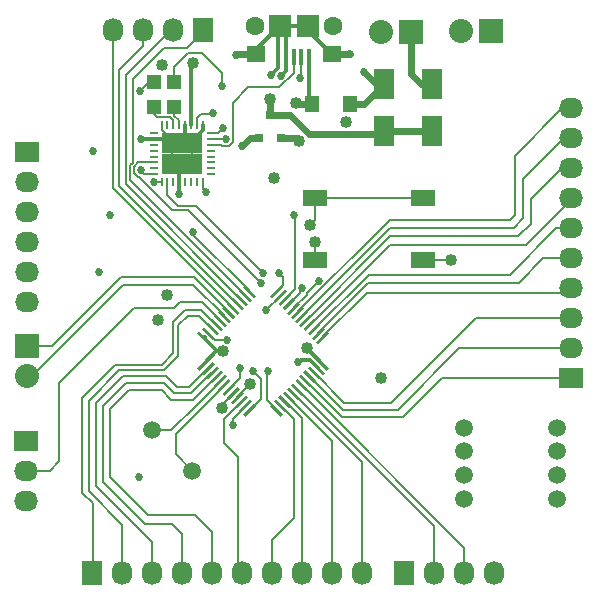
<source format=gtl>
G04 #@! TF.FileFunction,Copper,L1,Top,Signal*
%FSLAX46Y46*%
G04 Gerber Fmt 4.6, Leading zero omitted, Abs format (unit mm)*
G04 Created by KiCad (PCBNEW 4.0.1-3.201512221402+6198~38~ubuntu14.04.1-stable) date Mon 04 Jan 2016 12:08:05 AM EST*
%MOMM*%
G01*
G04 APERTURE LIST*
%ADD10C,0.100000*%
%ADD11R,1.800860X2.499360*%
%ADD12R,1.198880X1.198880*%
%ADD13R,1.150620X1.399540*%
%ADD14R,2.032000X1.727200*%
%ADD15O,2.032000X1.727200*%
%ADD16R,1.727200X2.032000*%
%ADD17O,1.727200X2.032000*%
%ADD18R,2.032000X2.032000*%
%ADD19O,2.032000X2.032000*%
%ADD20R,0.800100X0.800100*%
%ADD21R,0.250000X0.700000*%
%ADD22R,0.700000X0.250000*%
%ADD23R,1.725000X1.725000*%
%ADD24C,1.501140*%
%ADD25R,0.400000X1.350000*%
%ADD26R,1.600000X1.400000*%
%ADD27R,1.900000X1.900000*%
%ADD28C,1.600000*%
%ADD29C,1.500000*%
%ADD30R,2.100000X1.400000*%
%ADD31C,0.685800*%
%ADD32C,1.016000*%
%ADD33C,0.152400*%
%ADD34C,0.304800*%
%ADD35C,0.609600*%
G04 APERTURE END LIST*
D10*
D11*
X138531600Y-86784180D03*
X138531600Y-82786220D03*
X134467600Y-86784180D03*
X134467600Y-82786220D03*
D12*
X114985800Y-82643980D03*
X114985800Y-84742020D03*
X116687600Y-82669380D03*
X116687600Y-84767420D03*
D13*
X131572000Y-84480400D03*
X128320800Y-84480400D03*
D14*
X150241000Y-107746800D03*
D15*
X150241000Y-105206800D03*
X150241000Y-102666800D03*
X150241000Y-100126800D03*
X150241000Y-97586800D03*
X150241000Y-95046800D03*
X150241000Y-92506800D03*
X150241000Y-89966800D03*
X150241000Y-87426800D03*
X150241000Y-84886800D03*
D16*
X109728000Y-124206000D03*
D17*
X112268000Y-124206000D03*
X114808000Y-124206000D03*
X117348000Y-124206000D03*
X119888000Y-124206000D03*
X122428000Y-124206000D03*
X124968000Y-124206000D03*
X127508000Y-124206000D03*
X130048000Y-124206000D03*
X132588000Y-124206000D03*
D16*
X119126000Y-78232000D03*
D17*
X116586000Y-78232000D03*
X114046000Y-78232000D03*
X111506000Y-78232000D03*
D18*
X143500600Y-78320900D03*
D19*
X140960600Y-78320900D03*
D16*
X136144000Y-124206000D03*
D17*
X138684000Y-124206000D03*
X141224000Y-124206000D03*
X143764000Y-124206000D03*
D18*
X104244900Y-105041700D03*
D19*
X104244900Y-107581700D03*
D14*
X104194100Y-88544400D03*
D15*
X104194100Y-91084400D03*
X104194100Y-93624400D03*
X104194100Y-96164400D03*
X104194100Y-98704400D03*
X104194100Y-101244400D03*
D14*
X104143300Y-113030000D03*
D15*
X104143300Y-115570000D03*
X104143300Y-118110000D03*
D18*
X136753600Y-78435200D03*
D19*
X134213600Y-78435200D03*
D10*
G36*
X118814311Y-107089379D02*
X118637534Y-106912602D01*
X119556773Y-105993363D01*
X119733550Y-106170140D01*
X118814311Y-107089379D01*
X118814311Y-107089379D01*
G37*
G36*
X119167864Y-107442932D02*
X118991087Y-107266155D01*
X119910326Y-106346916D01*
X120087103Y-106523693D01*
X119167864Y-107442932D01*
X119167864Y-107442932D01*
G37*
G36*
X119521418Y-107796486D02*
X119344641Y-107619709D01*
X120263880Y-106700470D01*
X120440657Y-106877247D01*
X119521418Y-107796486D01*
X119521418Y-107796486D01*
G37*
G36*
X119874971Y-108150039D02*
X119698194Y-107973262D01*
X120617433Y-107054023D01*
X120794210Y-107230800D01*
X119874971Y-108150039D01*
X119874971Y-108150039D01*
G37*
G36*
X120228524Y-108503592D02*
X120051747Y-108326815D01*
X120970986Y-107407576D01*
X121147763Y-107584353D01*
X120228524Y-108503592D01*
X120228524Y-108503592D01*
G37*
G36*
X120582078Y-108857146D02*
X120405301Y-108680369D01*
X121324540Y-107761130D01*
X121501317Y-107937907D01*
X120582078Y-108857146D01*
X120582078Y-108857146D01*
G37*
G36*
X120935631Y-109210699D02*
X120758854Y-109033922D01*
X121678093Y-108114683D01*
X121854870Y-108291460D01*
X120935631Y-109210699D01*
X120935631Y-109210699D01*
G37*
G36*
X121289185Y-109564253D02*
X121112408Y-109387476D01*
X122031647Y-108468237D01*
X122208424Y-108645014D01*
X121289185Y-109564253D01*
X121289185Y-109564253D01*
G37*
G36*
X121642738Y-109917806D02*
X121465961Y-109741029D01*
X122385200Y-108821790D01*
X122561977Y-108998567D01*
X121642738Y-109917806D01*
X121642738Y-109917806D01*
G37*
G36*
X121996291Y-110271359D02*
X121819514Y-110094582D01*
X122738753Y-109175343D01*
X122915530Y-109352120D01*
X121996291Y-110271359D01*
X121996291Y-110271359D01*
G37*
G36*
X122349845Y-110624913D02*
X122173068Y-110448136D01*
X123092307Y-109528897D01*
X123269084Y-109705674D01*
X122349845Y-110624913D01*
X122349845Y-110624913D01*
G37*
G36*
X122703398Y-110978466D02*
X122526621Y-110801689D01*
X123445860Y-109882450D01*
X123622637Y-110059227D01*
X122703398Y-110978466D01*
X122703398Y-110978466D01*
G37*
G36*
X125885379Y-110801689D02*
X125708602Y-110978466D01*
X124789363Y-110059227D01*
X124966140Y-109882450D01*
X125885379Y-110801689D01*
X125885379Y-110801689D01*
G37*
G36*
X126238932Y-110448136D02*
X126062155Y-110624913D01*
X125142916Y-109705674D01*
X125319693Y-109528897D01*
X126238932Y-110448136D01*
X126238932Y-110448136D01*
G37*
G36*
X126592486Y-110094582D02*
X126415709Y-110271359D01*
X125496470Y-109352120D01*
X125673247Y-109175343D01*
X126592486Y-110094582D01*
X126592486Y-110094582D01*
G37*
G36*
X126946039Y-109741029D02*
X126769262Y-109917806D01*
X125850023Y-108998567D01*
X126026800Y-108821790D01*
X126946039Y-109741029D01*
X126946039Y-109741029D01*
G37*
G36*
X127299592Y-109387476D02*
X127122815Y-109564253D01*
X126203576Y-108645014D01*
X126380353Y-108468237D01*
X127299592Y-109387476D01*
X127299592Y-109387476D01*
G37*
G36*
X127653146Y-109033922D02*
X127476369Y-109210699D01*
X126557130Y-108291460D01*
X126733907Y-108114683D01*
X127653146Y-109033922D01*
X127653146Y-109033922D01*
G37*
G36*
X128006699Y-108680369D02*
X127829922Y-108857146D01*
X126910683Y-107937907D01*
X127087460Y-107761130D01*
X128006699Y-108680369D01*
X128006699Y-108680369D01*
G37*
G36*
X128360253Y-108326815D02*
X128183476Y-108503592D01*
X127264237Y-107584353D01*
X127441014Y-107407576D01*
X128360253Y-108326815D01*
X128360253Y-108326815D01*
G37*
G36*
X128713806Y-107973262D02*
X128537029Y-108150039D01*
X127617790Y-107230800D01*
X127794567Y-107054023D01*
X128713806Y-107973262D01*
X128713806Y-107973262D01*
G37*
G36*
X129067359Y-107619709D02*
X128890582Y-107796486D01*
X127971343Y-106877247D01*
X128148120Y-106700470D01*
X129067359Y-107619709D01*
X129067359Y-107619709D01*
G37*
G36*
X129420913Y-107266155D02*
X129244136Y-107442932D01*
X128324897Y-106523693D01*
X128501674Y-106346916D01*
X129420913Y-107266155D01*
X129420913Y-107266155D01*
G37*
G36*
X129774466Y-106912602D02*
X129597689Y-107089379D01*
X128678450Y-106170140D01*
X128855227Y-105993363D01*
X129774466Y-106912602D01*
X129774466Y-106912602D01*
G37*
G36*
X128855227Y-104826637D02*
X128678450Y-104649860D01*
X129597689Y-103730621D01*
X129774466Y-103907398D01*
X128855227Y-104826637D01*
X128855227Y-104826637D01*
G37*
G36*
X128501674Y-104473084D02*
X128324897Y-104296307D01*
X129244136Y-103377068D01*
X129420913Y-103553845D01*
X128501674Y-104473084D01*
X128501674Y-104473084D01*
G37*
G36*
X128148120Y-104119530D02*
X127971343Y-103942753D01*
X128890582Y-103023514D01*
X129067359Y-103200291D01*
X128148120Y-104119530D01*
X128148120Y-104119530D01*
G37*
G36*
X127794567Y-103765977D02*
X127617790Y-103589200D01*
X128537029Y-102669961D01*
X128713806Y-102846738D01*
X127794567Y-103765977D01*
X127794567Y-103765977D01*
G37*
G36*
X127441014Y-103412424D02*
X127264237Y-103235647D01*
X128183476Y-102316408D01*
X128360253Y-102493185D01*
X127441014Y-103412424D01*
X127441014Y-103412424D01*
G37*
G36*
X127087460Y-103058870D02*
X126910683Y-102882093D01*
X127829922Y-101962854D01*
X128006699Y-102139631D01*
X127087460Y-103058870D01*
X127087460Y-103058870D01*
G37*
G36*
X126733907Y-102705317D02*
X126557130Y-102528540D01*
X127476369Y-101609301D01*
X127653146Y-101786078D01*
X126733907Y-102705317D01*
X126733907Y-102705317D01*
G37*
G36*
X126380353Y-102351763D02*
X126203576Y-102174986D01*
X127122815Y-101255747D01*
X127299592Y-101432524D01*
X126380353Y-102351763D01*
X126380353Y-102351763D01*
G37*
G36*
X126026800Y-101998210D02*
X125850023Y-101821433D01*
X126769262Y-100902194D01*
X126946039Y-101078971D01*
X126026800Y-101998210D01*
X126026800Y-101998210D01*
G37*
G36*
X125673247Y-101644657D02*
X125496470Y-101467880D01*
X126415709Y-100548641D01*
X126592486Y-100725418D01*
X125673247Y-101644657D01*
X125673247Y-101644657D01*
G37*
G36*
X125319693Y-101291103D02*
X125142916Y-101114326D01*
X126062155Y-100195087D01*
X126238932Y-100371864D01*
X125319693Y-101291103D01*
X125319693Y-101291103D01*
G37*
G36*
X124966140Y-100937550D02*
X124789363Y-100760773D01*
X125708602Y-99841534D01*
X125885379Y-100018311D01*
X124966140Y-100937550D01*
X124966140Y-100937550D01*
G37*
G36*
X123622637Y-100760773D02*
X123445860Y-100937550D01*
X122526621Y-100018311D01*
X122703398Y-99841534D01*
X123622637Y-100760773D01*
X123622637Y-100760773D01*
G37*
G36*
X123269084Y-101114326D02*
X123092307Y-101291103D01*
X122173068Y-100371864D01*
X122349845Y-100195087D01*
X123269084Y-101114326D01*
X123269084Y-101114326D01*
G37*
G36*
X122915530Y-101467880D02*
X122738753Y-101644657D01*
X121819514Y-100725418D01*
X121996291Y-100548641D01*
X122915530Y-101467880D01*
X122915530Y-101467880D01*
G37*
G36*
X122561977Y-101821433D02*
X122385200Y-101998210D01*
X121465961Y-101078971D01*
X121642738Y-100902194D01*
X122561977Y-101821433D01*
X122561977Y-101821433D01*
G37*
G36*
X122208424Y-102174986D02*
X122031647Y-102351763D01*
X121112408Y-101432524D01*
X121289185Y-101255747D01*
X122208424Y-102174986D01*
X122208424Y-102174986D01*
G37*
G36*
X121854870Y-102528540D02*
X121678093Y-102705317D01*
X120758854Y-101786078D01*
X120935631Y-101609301D01*
X121854870Y-102528540D01*
X121854870Y-102528540D01*
G37*
G36*
X121501317Y-102882093D02*
X121324540Y-103058870D01*
X120405301Y-102139631D01*
X120582078Y-101962854D01*
X121501317Y-102882093D01*
X121501317Y-102882093D01*
G37*
G36*
X121147763Y-103235647D02*
X120970986Y-103412424D01*
X120051747Y-102493185D01*
X120228524Y-102316408D01*
X121147763Y-103235647D01*
X121147763Y-103235647D01*
G37*
G36*
X120794210Y-103589200D02*
X120617433Y-103765977D01*
X119698194Y-102846738D01*
X119874971Y-102669961D01*
X120794210Y-103589200D01*
X120794210Y-103589200D01*
G37*
G36*
X120440657Y-103942753D02*
X120263880Y-104119530D01*
X119344641Y-103200291D01*
X119521418Y-103023514D01*
X120440657Y-103942753D01*
X120440657Y-103942753D01*
G37*
G36*
X120087103Y-104296307D02*
X119910326Y-104473084D01*
X118991087Y-103553845D01*
X119167864Y-103377068D01*
X120087103Y-104296307D01*
X120087103Y-104296307D01*
G37*
G36*
X119733550Y-104649860D02*
X119556773Y-104826637D01*
X118637534Y-103907398D01*
X118814311Y-103730621D01*
X119733550Y-104649860D01*
X119733550Y-104649860D01*
G37*
D20*
X123840200Y-87411560D03*
X125740200Y-87411560D03*
X124790200Y-85412580D03*
D21*
X115598000Y-91122200D03*
X116098000Y-91122200D03*
X116598000Y-91122200D03*
X117098000Y-91122200D03*
X117598000Y-91122200D03*
X118098000Y-91122200D03*
X118598000Y-91122200D03*
X119098000Y-91122200D03*
D22*
X119748000Y-90472200D03*
X119748000Y-89972200D03*
X119748000Y-89472200D03*
X119748000Y-88972200D03*
X119748000Y-88472200D03*
X119748000Y-87972200D03*
X119748000Y-87472200D03*
X119748000Y-86972200D03*
D21*
X119098000Y-86322200D03*
X118598000Y-86322200D03*
X118098000Y-86322200D03*
X117598000Y-86322200D03*
X117098000Y-86322200D03*
X116598000Y-86322200D03*
X116098000Y-86322200D03*
X115598000Y-86322200D03*
D22*
X114948000Y-86972200D03*
X114948000Y-87472200D03*
X114948000Y-87972200D03*
X114948000Y-88472200D03*
X114948000Y-88972200D03*
X114948000Y-89472200D03*
X114948000Y-89972200D03*
X114948000Y-90472200D03*
D23*
X118210500Y-87859700D03*
X116485500Y-87859700D03*
X118210500Y-89584700D03*
X116485500Y-89584700D03*
D24*
X114758395Y-112142195D03*
X118210405Y-115594205D03*
D25*
X126796800Y-80551400D03*
X126146800Y-80551400D03*
X125496800Y-80551400D03*
X127446800Y-80551400D03*
X128096800Y-80551400D03*
D26*
X129996800Y-80326400D03*
X123596800Y-80326400D03*
D27*
X127996800Y-77876400D03*
X125596800Y-77876400D03*
D28*
X130096800Y-77876400D03*
X123496800Y-77876400D03*
D29*
X141230000Y-111932000D03*
X141230000Y-113932000D03*
X141230000Y-115932000D03*
X141230000Y-117932000D03*
X149092000Y-117938000D03*
X149092000Y-115938000D03*
X149092000Y-113938000D03*
X149092000Y-111938000D03*
D30*
X128612800Y-92510300D03*
X137712800Y-92510300D03*
X128612800Y-97710300D03*
X137712800Y-97710300D03*
D31*
X121148600Y-104482900D03*
X127193800Y-106349800D03*
X122444000Y-88074500D03*
X110315500Y-98755200D03*
D32*
X140147800Y-97764600D03*
X128578100Y-96227900D03*
X134178800Y-107734100D03*
X116039900Y-100660200D03*
D31*
X113715800Y-116078000D03*
D32*
X120726200Y-110286800D03*
X125095000Y-90805000D03*
D31*
X117119400Y-92125800D03*
D32*
X115671600Y-81178400D03*
D31*
X113842800Y-87477600D03*
X121920000Y-80340200D03*
X131546600Y-80314800D03*
X125730000Y-82118200D03*
X124891800Y-82067400D03*
D32*
X131216400Y-86004400D03*
X124790200Y-84074000D03*
D31*
X111204500Y-93916500D03*
X109756700Y-88506300D03*
D32*
X127879600Y-105206800D03*
X120827800Y-105473500D03*
X115290600Y-102819200D03*
X127279400Y-87630000D03*
D31*
X118278400Y-95326220D03*
X126800100Y-93941900D03*
D32*
X128197100Y-94792800D03*
D31*
X122275600Y-106908600D03*
X121640600Y-111709200D03*
X123317000Y-107111800D03*
X124637800Y-107111800D03*
X128959100Y-99491800D03*
X127473200Y-100076000D03*
X124463300Y-101993700D03*
X125517400Y-98818700D03*
D32*
X126949200Y-84455000D03*
D31*
X120827800Y-86512400D03*
X113792000Y-83388200D03*
X120700800Y-83032600D03*
X119989600Y-85242400D03*
X124028200Y-99695000D03*
X124155200Y-98806000D03*
X113842800Y-90119200D03*
X119354600Y-91973400D03*
X121031000Y-87452200D03*
X127304800Y-82296000D03*
X132756400Y-81813400D03*
X114960400Y-91135200D03*
D32*
X118287800Y-81051400D03*
X123088400Y-108254800D03*
D33*
X119539095Y-103925076D02*
X120096919Y-104482900D01*
X120096919Y-104482900D02*
X121148600Y-104482900D01*
D34*
X128872905Y-106894924D02*
X128869224Y-106894924D01*
X128869224Y-106894924D02*
X128133600Y-106159300D01*
X128133600Y-106159300D02*
X127384300Y-106159300D01*
X127384300Y-106159300D02*
X127193800Y-106349800D01*
D35*
X123840200Y-87411560D02*
X123106940Y-87411560D01*
X123106940Y-87411560D02*
X122444000Y-88074500D01*
D33*
X137712800Y-97710300D02*
X140093500Y-97710300D01*
X140093500Y-97710300D02*
X140147800Y-97764600D01*
X128612800Y-97710300D02*
X128612800Y-96262600D01*
X128612800Y-96262600D02*
X128578100Y-96227900D01*
X120726200Y-109982000D02*
X120726200Y-110286800D01*
X120726200Y-109982000D02*
X121660416Y-109047784D01*
X121660416Y-109016245D02*
X121660416Y-109047784D01*
X121660416Y-109016245D02*
X121666555Y-109016245D01*
X118210500Y-89584700D02*
X116485500Y-89584700D01*
X116485500Y-89584700D02*
X116485500Y-87859700D01*
X116485500Y-87859700D02*
X118210500Y-87859700D01*
X118210500Y-87859700D02*
X118210500Y-89584700D01*
D34*
X117098000Y-92104400D02*
X117119400Y-92125800D01*
X117098000Y-92104400D02*
X117098000Y-91122200D01*
X114948000Y-87472200D02*
X113848200Y-87472200D01*
X113848200Y-87472200D02*
X113842800Y-87477600D01*
D33*
X116485500Y-87631100D02*
X116485500Y-87859700D01*
D34*
X117598000Y-87247200D02*
X118210500Y-87859700D01*
X119098000Y-86322200D02*
X119098000Y-86743600D01*
X119098000Y-86743600D02*
X118210500Y-87631100D01*
X118210500Y-87631100D02*
X118210500Y-87859700D01*
X117098000Y-91122200D02*
X117098000Y-90197200D01*
X117098000Y-90197200D02*
X116485500Y-89584700D01*
X114948000Y-87472200D02*
X116098000Y-87472200D01*
X116098000Y-87472200D02*
X116485500Y-87859700D01*
D35*
X121933800Y-80326400D02*
X121920000Y-80340200D01*
X121933800Y-80326400D02*
X123596800Y-80326400D01*
X129996800Y-80326400D02*
X131535000Y-80326400D01*
X131535000Y-80326400D02*
X131546600Y-80314800D01*
D34*
X126146800Y-80551400D02*
X126146800Y-81701400D01*
X126146800Y-81701400D02*
X125730000Y-82118200D01*
X125496800Y-80551400D02*
X125496800Y-81462400D01*
X125496800Y-81462400D02*
X124891800Y-82067400D01*
X123596800Y-80326400D02*
X123596800Y-79876400D01*
X123596800Y-79876400D02*
X125596800Y-77876400D01*
X127996800Y-77876400D02*
X127996800Y-78326400D01*
X127996800Y-78326400D02*
X129996800Y-80326400D01*
X125596800Y-77876400D02*
X127996800Y-77876400D01*
X126146800Y-80551400D02*
X126146800Y-78426400D01*
X126146800Y-78426400D02*
X125596800Y-77876400D01*
X125496800Y-80551400D02*
X125496800Y-77976400D01*
X125496800Y-77976400D02*
X125596800Y-77876400D01*
D33*
X115598000Y-86322200D02*
X115598000Y-86743600D01*
X115598000Y-86743600D02*
X116485500Y-87631100D01*
D34*
X117598000Y-86322200D02*
X117598000Y-87247200D01*
D33*
X118567200Y-109988139D02*
X116413144Y-112142195D01*
X116413144Y-112142195D02*
X114758395Y-112142195D01*
X118521344Y-110033995D02*
X118567200Y-109988139D01*
X118567200Y-109988139D02*
X120599755Y-107955584D01*
X119328005Y-109934442D02*
X116789200Y-112473247D01*
X120953309Y-108309138D02*
X119328005Y-109934442D01*
X116789200Y-114173000D02*
X118210405Y-115594205D01*
X116789200Y-112473247D02*
X116789200Y-114173000D01*
D35*
X124790200Y-85412580D02*
X126484380Y-85412580D01*
X128092200Y-87020400D02*
X134231380Y-87020400D01*
X126484380Y-85412580D02*
X128092200Y-87020400D01*
X134231380Y-87020400D02*
X134467600Y-86784180D01*
X134467600Y-86784180D02*
X138531600Y-86784180D01*
X124790200Y-84074000D02*
X124790200Y-85412580D01*
D34*
X129226458Y-106541371D02*
X129226458Y-106502858D01*
X129226458Y-106502858D02*
X127930400Y-105206800D01*
X127930400Y-105206800D02*
X127879600Y-105206800D01*
X119185542Y-106541371D02*
X119185542Y-106506158D01*
X119185542Y-106506158D02*
X120218200Y-105473500D01*
X120218200Y-105473500D02*
X120827800Y-105473500D01*
X119185542Y-104278629D02*
X119185542Y-104339242D01*
X119185542Y-104339242D02*
X120319800Y-105473500D01*
X120319800Y-105473500D02*
X120827800Y-105473500D01*
X119185542Y-104278629D02*
X119264629Y-104278629D01*
X119185542Y-106541371D02*
X119185542Y-106518858D01*
D35*
X127060960Y-87411560D02*
X125740200Y-87411560D01*
X127279400Y-87630000D02*
X127060960Y-87411560D01*
D33*
X123074629Y-100389542D02*
X118278400Y-95593313D01*
X118278400Y-95593313D02*
X118278400Y-95326220D01*
X126044478Y-101096649D02*
X126044478Y-100996722D01*
X126044478Y-100996722D02*
X126863600Y-100177600D01*
X126863600Y-100177600D02*
X126863600Y-94005400D01*
X126863600Y-94005400D02*
X126800100Y-93941900D01*
X128612800Y-92510300D02*
X137712800Y-92510300D01*
X128612800Y-94377100D02*
X128612800Y-92510300D01*
X128197100Y-94792800D02*
X128612800Y-94377100D01*
X121306862Y-108662691D02*
X121334309Y-108662691D01*
X121334309Y-108662691D02*
X122275600Y-107721400D01*
X122275600Y-107721400D02*
X122275600Y-106908600D01*
X121640600Y-111709200D02*
X121640600Y-111157381D01*
X121640600Y-111157381D02*
X122721076Y-110076905D01*
X124002800Y-109502287D02*
X123074629Y-110430458D01*
X124002800Y-107797600D02*
X124002800Y-109502287D01*
X123317000Y-107111800D02*
X124002800Y-107797600D01*
X123074629Y-110430458D02*
X123074629Y-110452971D01*
X124510800Y-109603887D02*
X125337371Y-110430458D01*
X124510800Y-107238800D02*
X124510800Y-109603887D01*
X124637800Y-107111800D02*
X124510800Y-107238800D01*
X125337371Y-110430458D02*
X125337371Y-110452971D01*
X138684000Y-124206000D02*
X138684000Y-120241553D01*
X138684000Y-120241553D02*
X127105138Y-108662691D01*
X127905000Y-100650339D02*
X126751584Y-101803755D01*
X127905000Y-100545900D02*
X127905000Y-100650339D01*
X128959100Y-99491800D02*
X127905000Y-100545900D01*
X127295400Y-100552833D02*
X126398031Y-101450202D01*
X127295400Y-100253800D02*
X127295400Y-100552833D01*
X127473200Y-100076000D02*
X127295400Y-100253800D01*
X124463300Y-101993700D02*
X125690924Y-100766076D01*
X125690924Y-100766076D02*
X125690924Y-100743095D01*
X125337371Y-100389542D02*
X125847600Y-99879313D01*
X125847600Y-99148900D02*
X125517400Y-98818700D01*
X125847600Y-99879313D02*
X125847600Y-99148900D01*
X119126000Y-78384400D02*
X119126000Y-78232000D01*
X115824000Y-79756000D02*
X117754400Y-79756000D01*
X117754400Y-79756000D02*
X119126000Y-78384400D01*
X113182400Y-89502710D02*
X113182400Y-82397600D01*
X113182400Y-82397600D02*
X115824000Y-79756000D01*
X112966487Y-89718622D02*
X113182400Y-89502710D01*
X112966487Y-90988506D02*
X112966487Y-89718622D01*
X122721076Y-100743095D02*
X112966487Y-90988506D01*
X116586000Y-78232000D02*
X116382800Y-78232000D01*
X116382800Y-78232000D02*
X112572800Y-82042000D01*
X112572800Y-82042000D02*
X112572800Y-91301927D01*
X112572800Y-91301927D02*
X122367522Y-101096649D01*
X114046000Y-78232000D02*
X114046000Y-79603600D01*
X112014000Y-91450233D02*
X122013969Y-101450202D01*
X112014000Y-81635600D02*
X112014000Y-91450233D01*
X114046000Y-79603600D02*
X112014000Y-81635600D01*
X111506000Y-78232000D02*
X111506000Y-91649339D01*
X111506000Y-91649339D02*
X121660416Y-101803755D01*
X121306862Y-102157309D02*
X121306862Y-102139262D01*
X121306862Y-102139262D02*
X118316500Y-99148900D01*
X118316500Y-99148900D02*
X112195100Y-99148900D01*
X112195100Y-99148900D02*
X106302300Y-105041700D01*
X106302300Y-105041700D02*
X104244900Y-105041700D01*
X104244900Y-107581700D02*
X104613200Y-107581700D01*
X104613200Y-107581700D02*
X112372900Y-99822000D01*
X112372900Y-99822000D02*
X118264447Y-99822000D01*
X118264447Y-99822000D02*
X120953309Y-102510862D01*
X120599755Y-102864416D02*
X120599755Y-102854555D01*
X120599755Y-102854555D02*
X119065800Y-101320600D01*
X119065800Y-101320600D02*
X117148100Y-101320600D01*
X117148100Y-101320600D02*
X116690900Y-101777800D01*
X116690900Y-101777800D02*
X113300000Y-101777800D01*
X113300000Y-101777800D02*
X106950000Y-108127800D01*
X106950000Y-108127800D02*
X106950000Y-114757200D01*
X106950000Y-114757200D02*
X106137200Y-115570000D01*
X106137200Y-115570000D02*
X104143300Y-115570000D01*
X112268000Y-124206000D02*
X112268000Y-120142000D01*
X118759327Y-102438200D02*
X119892649Y-103571522D01*
X117805200Y-102438200D02*
X118759327Y-102438200D01*
X117017800Y-103225600D02*
X117805200Y-102438200D01*
X117017800Y-105867200D02*
X117017800Y-103225600D01*
X115824000Y-107061000D02*
X117017800Y-105867200D01*
X112014000Y-107061000D02*
X115824000Y-107061000D01*
X109448600Y-109626400D02*
X112014000Y-107061000D01*
X109448600Y-117322600D02*
X109448600Y-109626400D01*
X112268000Y-120142000D02*
X109448600Y-117322600D01*
D35*
X128320800Y-84480400D02*
X126974600Y-84480400D01*
D34*
X126974600Y-84480400D02*
X126949200Y-84455000D01*
X128096800Y-80551400D02*
X128096800Y-84256400D01*
X128096800Y-84256400D02*
X128320800Y-84480400D01*
D33*
X119748000Y-86972200D02*
X120368000Y-86972200D01*
X120368000Y-86972200D02*
X120827800Y-86512400D01*
D35*
X138531600Y-82786220D02*
X137548620Y-82786220D01*
X136753600Y-81991200D02*
X136753600Y-78435200D01*
X137548620Y-82786220D02*
X136753600Y-81991200D01*
D33*
X114985800Y-82643980D02*
X114536220Y-82643980D01*
X114536220Y-82643980D02*
X113792000Y-83388200D01*
X116598000Y-86322200D02*
X116598000Y-85838600D01*
X114985800Y-85394800D02*
X114985800Y-84742020D01*
X115189000Y-85598000D02*
X114985800Y-85394800D01*
X116357400Y-85598000D02*
X115189000Y-85598000D01*
X116598000Y-85838600D02*
X116357400Y-85598000D01*
X116687600Y-82669380D02*
X116687600Y-81381600D01*
X120700800Y-81889600D02*
X120700800Y-83032600D01*
X118999000Y-80187800D02*
X120700800Y-81889600D01*
X117881400Y-80187800D02*
X118999000Y-80187800D01*
X116687600Y-81381600D02*
X117881400Y-80187800D01*
X117098000Y-85907544D02*
X116687600Y-85497144D01*
X117098000Y-86322200D02*
X117098000Y-85907544D01*
X116687600Y-85497144D02*
X116687600Y-84767420D01*
X141224000Y-124206000D02*
X141224000Y-122074447D01*
X141224000Y-122074447D02*
X127458691Y-108309138D01*
X119989600Y-85242400D02*
X119837200Y-85394800D01*
X119837200Y-85394800D02*
X118948200Y-85394800D01*
X118948200Y-85394800D02*
X118598000Y-85745000D01*
X118598000Y-85745000D02*
X118598000Y-86322200D01*
X113703102Y-90690702D02*
X116484400Y-93472000D01*
X113643976Y-89472200D02*
X113271298Y-89844878D01*
X114948000Y-89472200D02*
X113643976Y-89472200D01*
X113271298Y-90393522D02*
X113568478Y-90690702D01*
X113271298Y-89844878D02*
X113271298Y-90393522D01*
X113568478Y-90690702D02*
X113703102Y-90690702D01*
X116484400Y-93472000D02*
X117805200Y-93472000D01*
X117805200Y-93472000D02*
X123685301Y-99352101D01*
X123685301Y-99352101D02*
X124028200Y-99695000D01*
X123812301Y-98463101D02*
X124155200Y-98806000D01*
X116098000Y-92231400D02*
X117033789Y-93167189D01*
X116098000Y-91122200D02*
X116098000Y-92231400D01*
X117033789Y-93167189D02*
X118516389Y-93167189D01*
X118516389Y-93167189D02*
X123812301Y-98463101D01*
X114119600Y-90472200D02*
X113842800Y-90195400D01*
X113842800Y-90195400D02*
X113842800Y-90119200D01*
X114948000Y-90472200D02*
X114119600Y-90472200D01*
X119098000Y-91122200D02*
X119098000Y-91716800D01*
X119098000Y-91716800D02*
X119354600Y-91973400D01*
X121615200Y-84404200D02*
X122910600Y-83108800D01*
X121615200Y-87122000D02*
X121615200Y-84404200D01*
X121615200Y-87122000D02*
X121615200Y-87122000D01*
X121615200Y-87731600D02*
X121615200Y-87122000D01*
X121310400Y-88036400D02*
X121615200Y-87731600D01*
X120751600Y-88036400D02*
X121310400Y-88036400D01*
X125577600Y-83108800D02*
X122910600Y-83108800D01*
X120687400Y-87972200D02*
X120751600Y-88036400D01*
X126796800Y-81889600D02*
X125577600Y-83108800D01*
X119748000Y-87972200D02*
X120687400Y-87972200D01*
X126796800Y-81889600D02*
X126796800Y-80551400D01*
X126796800Y-80551400D02*
X126796800Y-81153000D01*
X121031000Y-87452200D02*
X121011000Y-87472200D01*
X121011000Y-87472200D02*
X119748000Y-87472200D01*
X127446800Y-82154000D02*
X127304800Y-82296000D01*
X127446800Y-80551400D02*
X127446800Y-82154000D01*
D35*
X134467600Y-82786220D02*
X133729220Y-82786220D01*
X133729220Y-82786220D02*
X132756400Y-81813400D01*
D33*
X115598000Y-91122200D02*
X114973400Y-91122200D01*
X114973400Y-91122200D02*
X114960400Y-91135200D01*
D34*
X118098000Y-83540600D02*
X118098000Y-86322200D01*
X118098000Y-81241200D02*
X118098000Y-83540600D01*
X118098000Y-83540600D02*
X118098000Y-83553600D01*
X118287800Y-81051400D02*
X118098000Y-81241200D01*
D35*
X131572000Y-84480400D02*
X132773420Y-84480400D01*
X132773420Y-84480400D02*
X134467600Y-82786220D01*
D33*
X150241000Y-87426800D02*
X149672800Y-87426800D01*
X149672800Y-87426800D02*
X146231100Y-90868500D01*
X146231100Y-90868500D02*
X146231100Y-94195900D01*
X146231100Y-94195900D02*
X145418300Y-95008700D01*
X145418300Y-95008700D02*
X134960853Y-95008700D01*
X134960853Y-95008700D02*
X127458691Y-102510862D01*
X150241000Y-84886800D02*
X149533100Y-84886800D01*
X149533100Y-84886800D02*
X145507200Y-88912700D01*
X145507200Y-88912700D02*
X145507200Y-93903800D01*
X145507200Y-93903800D02*
X145088100Y-94322900D01*
X145088100Y-94322900D02*
X134939547Y-94322900D01*
X134939547Y-94322900D02*
X127105138Y-102157309D01*
X120246202Y-103217969D02*
X120235969Y-103217969D01*
X120235969Y-103217969D02*
X118948200Y-101930200D01*
X118948200Y-101930200D02*
X117627400Y-101930200D01*
X117627400Y-101930200D02*
X116611400Y-102946200D01*
X116611400Y-102946200D02*
X116611400Y-105638600D01*
X116611400Y-105638600D02*
X115620800Y-106629200D01*
X115620800Y-106629200D02*
X111683800Y-106629200D01*
X111683800Y-106629200D02*
X108864400Y-109448600D01*
X108864400Y-109448600D02*
X108864400Y-117424200D01*
X108864400Y-117424200D02*
X109778800Y-118338600D01*
X109778800Y-118338600D02*
X109778800Y-124155200D01*
X109778800Y-124155200D02*
X109728000Y-124206000D01*
X123088400Y-108254800D02*
X122013969Y-109329231D01*
X122013969Y-109329231D02*
X122013969Y-109369798D01*
X150241000Y-89966800D02*
X149482300Y-89966800D01*
X149482300Y-89966800D02*
X146853400Y-92595700D01*
X146853400Y-92595700D02*
X146853400Y-94640400D01*
X146853400Y-94640400D02*
X145773900Y-95719900D01*
X145773900Y-95719900D02*
X134956761Y-95719900D01*
X134956761Y-95719900D02*
X127812245Y-102864416D01*
X150241000Y-107746800D02*
X139309600Y-107746800D01*
X130867361Y-111010700D02*
X127812245Y-107955584D01*
X136045700Y-111010700D02*
X130867361Y-111010700D01*
X139309600Y-107746800D02*
X136045700Y-111010700D01*
X150241000Y-105206800D02*
X140808200Y-105206800D01*
X130977567Y-110413800D02*
X128165798Y-107602031D01*
X135601200Y-110413800D02*
X130977567Y-110413800D01*
X140808200Y-105206800D02*
X135601200Y-110413800D01*
X150241000Y-102666800D02*
X142192500Y-102666800D01*
X131075073Y-109804200D02*
X128519351Y-107248478D01*
X135055100Y-109804200D02*
X131075073Y-109804200D01*
X142192500Y-102666800D02*
X135055100Y-109804200D01*
X150241000Y-100507800D02*
X132997287Y-100507800D01*
X132997287Y-100507800D02*
X129226458Y-104278629D01*
X150241000Y-97586800D02*
X147932900Y-97586800D01*
X133102981Y-99695000D02*
X128872905Y-103925076D01*
X145824700Y-99695000D02*
X133102981Y-99695000D01*
X147932900Y-97586800D02*
X145824700Y-99695000D01*
X150241000Y-95046800D02*
X149025100Y-95046800D01*
X133132473Y-98958400D02*
X128519351Y-103571522D01*
X145113500Y-98958400D02*
X133132473Y-98958400D01*
X149025100Y-95046800D02*
X145113500Y-98958400D01*
X150241000Y-92506800D02*
X150241000Y-92611700D01*
X150241000Y-92611700D02*
X146421600Y-96431100D01*
X146421600Y-96431100D02*
X134952667Y-96431100D01*
X134952667Y-96431100D02*
X128165798Y-103217969D01*
X110058200Y-113969800D02*
X110058200Y-116890800D01*
X114808000Y-121640600D02*
X114808000Y-124206000D01*
X110058200Y-116890800D02*
X114808000Y-121640600D01*
X110058200Y-111582200D02*
X110058200Y-113969800D01*
X110058200Y-113969800D02*
X110058200Y-113995200D01*
X119539095Y-106894924D02*
X119520676Y-106894924D01*
X119520676Y-106894924D02*
X117932200Y-108483400D01*
X117932200Y-108483400D02*
X116941600Y-108483400D01*
X116941600Y-108483400D02*
X116001800Y-107543600D01*
X116001800Y-107543600D02*
X112369600Y-107543600D01*
X112369600Y-107543600D02*
X110058200Y-109855000D01*
X110058200Y-109855000D02*
X110058200Y-111582200D01*
X117348000Y-124206000D02*
X117348000Y-120954800D01*
X118124327Y-109016800D02*
X119892649Y-107248478D01*
X116687600Y-109016800D02*
X118124327Y-109016800D01*
X115773200Y-108102400D02*
X116687600Y-109016800D01*
X112623600Y-108102400D02*
X115773200Y-108102400D01*
X110617000Y-110109000D02*
X112623600Y-108102400D01*
X110617000Y-116535200D02*
X110617000Y-110109000D01*
X114198400Y-120116600D02*
X110617000Y-116535200D01*
X116509800Y-120116600D02*
X114198400Y-120116600D01*
X117348000Y-120954800D02*
X116509800Y-120116600D01*
X120246202Y-107602031D02*
X118298033Y-109550200D01*
X119888000Y-120751600D02*
X119888000Y-124206000D01*
X118414800Y-119278400D02*
X119888000Y-120751600D01*
X114477800Y-119278400D02*
X118414800Y-119278400D01*
X111277400Y-116078000D02*
X114477800Y-119278400D01*
X111277400Y-110363000D02*
X111277400Y-116078000D01*
X112877600Y-108762800D02*
X111277400Y-110363000D01*
X115646200Y-108762800D02*
X112877600Y-108762800D01*
X116433600Y-109550200D02*
X115646200Y-108762800D01*
X118298033Y-109550200D02*
X116433600Y-109550200D01*
X122428000Y-124206000D02*
X122072400Y-123850400D01*
X122072400Y-123850400D02*
X122072400Y-114376200D01*
X122072400Y-114376200D02*
X120904000Y-113207800D01*
X120904000Y-113207800D02*
X120904000Y-111186873D01*
X120904000Y-111186873D02*
X122367522Y-109723351D01*
X124968000Y-124206000D02*
X124968000Y-121462800D01*
X126822200Y-111208181D02*
X125690924Y-110076905D01*
X126822200Y-119608600D02*
X126822200Y-111208181D01*
X124968000Y-121462800D02*
X126822200Y-119608600D01*
X126044478Y-109723351D02*
X126106351Y-109723351D01*
X126106351Y-109723351D02*
X127508000Y-111125000D01*
X127508000Y-111125000D02*
X127508000Y-124206000D01*
X130048000Y-124206000D02*
X130048000Y-113019767D01*
X130048000Y-113019767D02*
X126398031Y-109369798D01*
X126751584Y-109016245D02*
X126770845Y-109016245D01*
X126770845Y-109016245D02*
X132588000Y-114833400D01*
X132588000Y-114833400D02*
X132588000Y-124206000D01*
M02*

</source>
